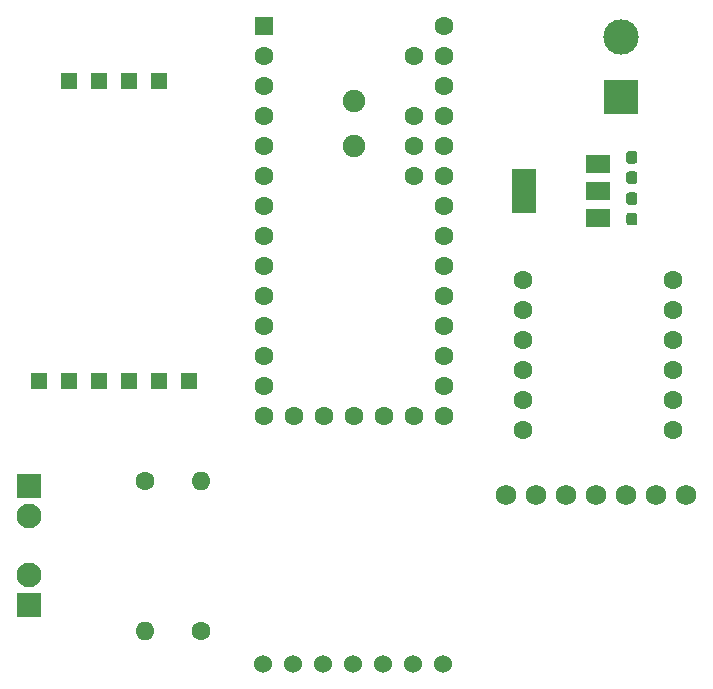
<source format=gbr>
%TF.GenerationSoftware,KiCad,Pcbnew,(5.1.8)-1*%
%TF.CreationDate,2021-03-14T17:59:32-04:00*%
%TF.ProjectId,Artemis Payload Computer,41727465-6d69-4732-9050-61796c6f6164,rev?*%
%TF.SameCoordinates,Original*%
%TF.FileFunction,Soldermask,Top*%
%TF.FilePolarity,Negative*%
%FSLAX46Y46*%
G04 Gerber Fmt 4.6, Leading zero omitted, Abs format (unit mm)*
G04 Created by KiCad (PCBNEW (5.1.8)-1) date 2021-03-14 17:59:32*
%MOMM*%
%LPD*%
G01*
G04 APERTURE LIST*
%ADD10O,1.600000X1.600000*%
%ADD11C,1.600000*%
%ADD12C,1.524000*%
%ADD13R,1.408000X1.408000*%
%ADD14R,2.000000X1.500000*%
%ADD15R,2.000000X3.800000*%
%ADD16C,1.750000*%
%ADD17R,1.600000X1.600000*%
%ADD18C,1.900000*%
%ADD19C,3.000000*%
%ADD20R,3.000000X3.000000*%
%ADD21C,2.100000*%
%ADD22R,2.100000X2.100000*%
G04 APERTURE END LIST*
D10*
%TO.C,R2*%
X139500000Y-72050000D03*
D11*
X139500000Y-84750000D03*
%TD*%
D10*
%TO.C,R1*%
X134750000Y-84750000D03*
D11*
X134750000Y-72050000D03*
%TD*%
D12*
%TO.C,U701*%
X144760000Y-87500000D03*
X147300000Y-87500000D03*
X149840000Y-87500000D03*
X152380000Y-87500000D03*
X154920000Y-87500000D03*
X157460000Y-87500000D03*
X160000000Y-87500000D03*
%TD*%
D13*
%TO.C,U1*%
X128330000Y-38210000D03*
X130870000Y-38210000D03*
X133410000Y-38210000D03*
X135950000Y-38210000D03*
X138490000Y-63610000D03*
X135950000Y-63610000D03*
X133410000Y-63610000D03*
X130870000Y-63610000D03*
X128330000Y-63610000D03*
X125790000Y-63610000D03*
%TD*%
D11*
%TO.C,U401*%
X179500000Y-67700000D03*
X179500000Y-65160000D03*
X179500000Y-62620000D03*
X179500000Y-60080000D03*
X179500000Y-57540000D03*
X179500000Y-55000000D03*
X166800000Y-67700000D03*
X166800000Y-65160000D03*
X166800000Y-62620000D03*
X166800000Y-60080000D03*
X166800000Y-57540000D03*
X166800000Y-55000000D03*
%TD*%
D14*
%TO.C,U601*%
X173150000Y-49800000D03*
X173150000Y-45200000D03*
X173150000Y-47500000D03*
D15*
X166850000Y-47500000D03*
%TD*%
D16*
%TO.C,U501*%
X165360000Y-73225000D03*
X167900000Y-73225000D03*
X170440000Y-73225000D03*
X172980000Y-73225000D03*
X175520000Y-73225000D03*
X178060000Y-73225000D03*
X180600000Y-73225000D03*
%TD*%
D11*
%TO.C,U2*%
X152500000Y-66510000D03*
X155040000Y-66510000D03*
X157580000Y-66510000D03*
X160120000Y-66510000D03*
X149960000Y-66510000D03*
X147420000Y-66510000D03*
X144880000Y-66510000D03*
X160120000Y-63970000D03*
X160120000Y-61430000D03*
X160120000Y-58890000D03*
X160120000Y-56350000D03*
X160120000Y-53810000D03*
X160120000Y-51270000D03*
X160120000Y-48730000D03*
X160120000Y-46190000D03*
X160120000Y-43650000D03*
X160120000Y-41110000D03*
X160120000Y-38570000D03*
X160120000Y-36030000D03*
X160120000Y-33490000D03*
X157580000Y-36030000D03*
X157580000Y-41110000D03*
X157580000Y-43650000D03*
X157580000Y-46190000D03*
X144880000Y-63970000D03*
X144880000Y-61430000D03*
X144880000Y-58890000D03*
X144880000Y-56350000D03*
X144880000Y-53810000D03*
X144880000Y-51270000D03*
X144880000Y-48730000D03*
X144880000Y-46190000D03*
X144880000Y-43650000D03*
X144880000Y-41110000D03*
X144880000Y-38570000D03*
X144880000Y-36030000D03*
D17*
X144880000Y-33490000D03*
D18*
X152500000Y-43650000D03*
X152500000Y-39840000D03*
%TD*%
D19*
%TO.C,J601*%
X175100000Y-34420000D03*
D20*
X175100000Y-39500000D03*
%TD*%
D21*
%TO.C,J2*%
X125000000Y-79960000D03*
D22*
X125000000Y-82500000D03*
%TD*%
D21*
%TO.C,J1*%
X125000000Y-75040000D03*
D22*
X125000000Y-72500000D03*
%TD*%
%TO.C,C602*%
G36*
G01*
X175762500Y-45825000D02*
X176237500Y-45825000D01*
G75*
G02*
X176475000Y-46062500I0J-237500D01*
G01*
X176475000Y-46662500D01*
G75*
G02*
X176237500Y-46900000I-237500J0D01*
G01*
X175762500Y-46900000D01*
G75*
G02*
X175525000Y-46662500I0J237500D01*
G01*
X175525000Y-46062500D01*
G75*
G02*
X175762500Y-45825000I237500J0D01*
G01*
G37*
G36*
G01*
X175762500Y-44100000D02*
X176237500Y-44100000D01*
G75*
G02*
X176475000Y-44337500I0J-237500D01*
G01*
X176475000Y-44937500D01*
G75*
G02*
X176237500Y-45175000I-237500J0D01*
G01*
X175762500Y-45175000D01*
G75*
G02*
X175525000Y-44937500I0J237500D01*
G01*
X175525000Y-44337500D01*
G75*
G02*
X175762500Y-44100000I237500J0D01*
G01*
G37*
%TD*%
%TO.C,C601*%
G36*
G01*
X176237500Y-48675000D02*
X175762500Y-48675000D01*
G75*
G02*
X175525000Y-48437500I0J237500D01*
G01*
X175525000Y-47837500D01*
G75*
G02*
X175762500Y-47600000I237500J0D01*
G01*
X176237500Y-47600000D01*
G75*
G02*
X176475000Y-47837500I0J-237500D01*
G01*
X176475000Y-48437500D01*
G75*
G02*
X176237500Y-48675000I-237500J0D01*
G01*
G37*
G36*
G01*
X176237500Y-50400000D02*
X175762500Y-50400000D01*
G75*
G02*
X175525000Y-50162500I0J237500D01*
G01*
X175525000Y-49562500D01*
G75*
G02*
X175762500Y-49325000I237500J0D01*
G01*
X176237500Y-49325000D01*
G75*
G02*
X176475000Y-49562500I0J-237500D01*
G01*
X176475000Y-50162500D01*
G75*
G02*
X176237500Y-50400000I-237500J0D01*
G01*
G37*
%TD*%
M02*

</source>
